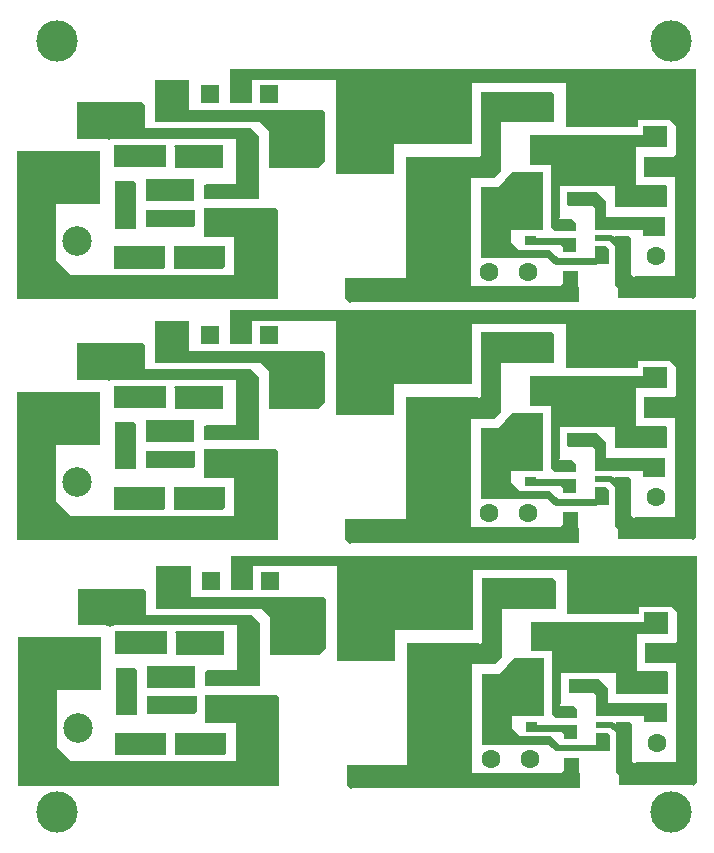
<source format=gbl>
G04 Layer_Physical_Order=2*
G04 Layer_Color=16711680*
%FSTAX24Y24*%
%MOIN*%
G70*
G01*
G75*
%ADD13R,0.0591X0.0472*%
%ADD16R,0.0472X0.0315*%
%ADD19C,0.0197*%
%ADD20C,0.1378*%
%ADD21R,0.0598X0.0598*%
%ADD22C,0.0630*%
%ADD23R,0.0630X0.0630*%
%ADD24R,0.0945X0.0984*%
%ADD25C,0.0984*%
%ADD26C,0.0394*%
%ADD27C,0.0200*%
%ADD28R,0.0276X0.0236*%
G36*
X02815Y010551D02*
Y009606D01*
X026378D01*
Y007992D01*
X026142Y007756D01*
X025354D01*
Y004134D01*
X028346D01*
X028425Y004213D01*
Y004646D01*
X028934D01*
X028976Y003622D01*
X021378D01*
X021339Y003583D01*
X021181Y00374D01*
Y004409D01*
X023189D01*
Y008465D01*
X025591D01*
X02563Y008425D01*
X025709Y008504D01*
Y01063D01*
X028071D01*
X02815Y010551D01*
D02*
G37*
G36*
X012953Y016654D02*
Y015079D01*
X011496D01*
Y013189D01*
X011968Y012717D01*
X017441D01*
Y013976D01*
X016417D01*
Y014252D01*
Y014331D01*
Y014764D01*
Y014921D01*
X018819D01*
X018898Y014843D01*
Y01189D01*
X010197D01*
Y012677D01*
Y01685D01*
X012953D01*
Y016654D01*
D02*
G37*
G36*
X017323Y019567D02*
X032835D01*
Y018386D01*
Y012008D01*
X032717Y01189D01*
X032677Y011929D01*
X030236D01*
Y012244D01*
X030118Y012362D01*
Y013661D01*
X030197Y01374D01*
X030118Y013819D01*
Y014016D01*
X030591D01*
X030669Y013937D01*
Y012717D01*
X030748Y012638D01*
X030787Y012677D01*
X032126D01*
Y016024D01*
X032087Y015984D01*
X031102D01*
Y016654D01*
X032087D01*
X032165Y016732D01*
Y017677D01*
X031969Y017874D01*
X030906D01*
Y017638D01*
X028504D01*
X028504Y019094D01*
X025359Y019094D01*
X025359Y017087D01*
X022756D01*
Y016063D01*
X020827D01*
Y019213D01*
X018032D01*
Y018425D01*
X017283D01*
Y019606D01*
X017323Y019567D01*
D02*
G37*
G36*
X017087Y008071D02*
X015512D01*
Y00878D01*
X015472Y008819D01*
X015512Y008858D01*
X017087D01*
Y008071D01*
D02*
G37*
G36*
X015984Y011024D02*
X015984Y01D01*
X020433D01*
X020512Y009921D01*
Y008307D01*
X020276Y008071D01*
X018622D01*
Y009331D01*
X018346Y009606D01*
X014843Y009606D01*
X014843Y011024D01*
X015984Y011024D01*
D02*
G37*
G36*
X015197Y00811D02*
X013465D01*
Y008701D01*
Y008858D01*
X015197D01*
Y00811D01*
D02*
G37*
G36*
X02748Y013937D02*
X028819D01*
Y013465D01*
X028386D01*
Y013622D01*
X028307Y013701D01*
X027126D01*
Y014016D01*
X02748D01*
Y013937D01*
D02*
G37*
G36*
X029843Y015157D02*
Y014646D01*
X031811D01*
Y014016D01*
X031063D01*
Y014213D01*
X029449D01*
Y014921D01*
X02937Y015D01*
X028583D01*
X028543Y015039D01*
Y015472D01*
X029528D01*
X029843Y015157D01*
D02*
G37*
G36*
X014173Y015748D02*
Y014252D01*
X013465D01*
Y015827D01*
X014016D01*
X014055Y015866D01*
X014173Y015748D01*
D02*
G37*
G36*
X015118Y013661D02*
X015118Y012953D01*
X015079Y012913D01*
X013425Y012913D01*
X013425Y013661D01*
X015118Y013661D01*
D02*
G37*
G36*
X017126Y012992D02*
X017047Y012913D01*
X015433D01*
Y013661D01*
X017126D01*
Y012992D01*
D02*
G37*
G36*
X027717Y015669D02*
Y014213D01*
X026654D01*
Y013819D01*
X026929Y013543D01*
X027953D01*
X028228Y013268D01*
X029449D01*
Y013661D01*
X029843D01*
X029921Y013583D01*
Y013071D01*
X02811D01*
X027874Y013268D01*
X025669D01*
Y014297D01*
Y015029D01*
Y01563D01*
X02627D01*
X026713Y016142D01*
X027717Y016142D01*
Y015669D01*
D02*
G37*
G36*
X017165Y004803D02*
X017087Y004724D01*
X015472D01*
Y005472D01*
X017165D01*
Y004803D01*
D02*
G37*
G36*
X027756Y00748D02*
Y006024D01*
X026693D01*
Y00563D01*
X026969Y005354D01*
X027992D01*
X028268Y005079D01*
X029488D01*
Y005472D01*
X029882D01*
X029961Y005394D01*
Y004882D01*
X02815D01*
X027913Y005079D01*
X025709D01*
Y006108D01*
Y00684D01*
Y007441D01*
X02631D01*
X026752Y007953D01*
X027756Y007953D01*
Y00748D01*
D02*
G37*
G36*
X02752Y005748D02*
X028858D01*
Y005276D01*
X028425D01*
Y005433D01*
X028346Y005512D01*
X027165D01*
Y005827D01*
X02752D01*
Y005748D01*
D02*
G37*
G36*
X012992Y008465D02*
Y00689D01*
X011535D01*
Y005D01*
X012008Y004528D01*
X01748D01*
Y005787D01*
X016457D01*
Y006063D01*
Y006142D01*
Y006575D01*
Y006732D01*
X018858D01*
X018937Y006654D01*
Y003701D01*
X010236D01*
Y004488D01*
Y008661D01*
X012992D01*
Y008465D01*
D02*
G37*
G36*
X017362Y011378D02*
X032874D01*
Y010197D01*
Y003819D01*
X032756Y003701D01*
X032717Y00374D01*
X030276D01*
Y004055D01*
X030157Y004173D01*
Y005472D01*
X030236Y005551D01*
X030157Y00563D01*
Y005827D01*
X03063D01*
X030709Y005748D01*
Y004528D01*
X030787Y004449D01*
X030827Y004488D01*
X032165D01*
Y007835D01*
X032126Y007795D01*
X031142D01*
Y008465D01*
X032126D01*
X032205Y008543D01*
Y009488D01*
X032008Y009685D01*
X030945D01*
Y009449D01*
X028543D01*
X028543Y010906D01*
X025398Y010906D01*
X025398Y008898D01*
X022795D01*
Y007874D01*
X020866D01*
Y011024D01*
X018071D01*
Y010236D01*
X017323D01*
Y011417D01*
X017362Y011378D01*
D02*
G37*
G36*
X015157Y005472D02*
X015157Y004764D01*
X015118Y004724D01*
X013465Y004724D01*
X013465Y005472D01*
X015157Y005472D01*
D02*
G37*
G36*
X03189Y009409D02*
X03189Y00878D01*
X030866D01*
Y00752D01*
X03185D01*
X03189Y00748D01*
Y006772D01*
X030157D01*
X030157Y00748D01*
X028346D01*
X028346Y006457D01*
X028307Y006417D01*
X028346Y006378D01*
X02874D01*
X028858Y00626D01*
Y005984D01*
X02815D01*
X028031Y006102D01*
Y008189D01*
X027362D01*
X027323Y008228D01*
Y009173D01*
X031102D01*
Y009449D01*
Y009488D01*
X03189D01*
X03189Y009409D01*
D02*
G37*
G36*
X016142Y006969D02*
X014528Y006969D01*
X014528Y00752D01*
Y007717D01*
X016142D01*
X016142Y006969D01*
D02*
G37*
G36*
X014488Y010197D02*
Y009409D01*
X018032D01*
X018307Y009134D01*
Y007047D01*
X016496D01*
Y00752D01*
X016535Y007559D01*
X01752D01*
Y009016D01*
Y009055D01*
X012244D01*
Y009843D01*
Y010276D01*
X014409D01*
X014488Y010197D01*
D02*
G37*
G36*
X029882Y006969D02*
Y006457D01*
X03185D01*
Y005827D01*
X031102D01*
Y006024D01*
X029488D01*
Y006732D01*
X029409Y006811D01*
X028622D01*
X028583Y00685D01*
Y007283D01*
X029567D01*
X029882Y006969D01*
D02*
G37*
G36*
X014213Y007559D02*
Y006063D01*
X013504D01*
Y007638D01*
X014055D01*
X014094Y007677D01*
X014213Y007559D01*
D02*
G37*
G36*
X016181Y006181D02*
X016102Y006102D01*
X014528D01*
Y006693D01*
X016181D01*
Y006181D01*
D02*
G37*
G36*
X014173Y02378D02*
Y022283D01*
X013465D01*
Y023858D01*
X014016D01*
X014055Y023898D01*
X014173Y02378D01*
D02*
G37*
G36*
X016142Y022402D02*
X016063Y022323D01*
X014488D01*
Y022913D01*
X016142D01*
Y022402D01*
D02*
G37*
G36*
X03185Y02563D02*
X03185Y025D01*
X030827D01*
Y02374D01*
X031811D01*
X03185Y023701D01*
Y022992D01*
X030118D01*
X030118Y023701D01*
X028307D01*
X028307Y022677D01*
X028268Y022638D01*
X028307Y022598D01*
X028701D01*
X028819Y02248D01*
Y022205D01*
X02811D01*
X027992Y022323D01*
Y024409D01*
X027323D01*
X027283Y024449D01*
Y025394D01*
X031063D01*
Y025669D01*
Y025709D01*
X03185D01*
X03185Y02563D01*
D02*
G37*
G36*
X027717Y023701D02*
Y022244D01*
X026654D01*
Y02185D01*
X026929Y021575D01*
X027953D01*
X028228Y021299D01*
X029449D01*
Y021693D01*
X029843D01*
X029921Y021614D01*
Y021102D01*
X02811D01*
X027874Y021299D01*
X025669D01*
Y022328D01*
Y02306D01*
Y023661D01*
X02627D01*
X026713Y024173D01*
X027717Y024173D01*
Y023701D01*
D02*
G37*
G36*
X02748Y021969D02*
X028819D01*
Y021496D01*
X028386D01*
Y021654D01*
X028307Y021732D01*
X027126D01*
Y022047D01*
X02748D01*
Y021969D01*
D02*
G37*
G36*
X029843Y023189D02*
Y022677D01*
X031811D01*
Y022047D01*
X031063D01*
Y022244D01*
X029449D01*
Y022953D01*
X02937Y023031D01*
X028583D01*
X028543Y023071D01*
Y023504D01*
X029528D01*
X029843Y023189D01*
D02*
G37*
G36*
X015945Y027244D02*
X015945Y02622D01*
X020394D01*
X020472Y026142D01*
Y024528D01*
X020236Y024291D01*
X018583D01*
Y025551D01*
X018307Y025827D01*
X014803Y025827D01*
X014803Y027244D01*
X015945Y027244D01*
D02*
G37*
G36*
X015157Y024331D02*
X013425D01*
Y024921D01*
Y025079D01*
X015157D01*
Y024331D01*
D02*
G37*
G36*
X02811Y026772D02*
Y025827D01*
X026339D01*
Y024213D01*
X026102Y023976D01*
X025315D01*
Y020354D01*
X028307D01*
X028386Y020433D01*
Y020866D01*
X028894D01*
X028937Y019843D01*
X021339D01*
X021299Y019803D01*
X021142Y019961D01*
Y02063D01*
X02315D01*
Y024685D01*
X025551D01*
X025591Y024646D01*
X025669Y024724D01*
Y02685D01*
X028031D01*
X02811Y026772D01*
D02*
G37*
G36*
X016102Y023189D02*
X014488Y023189D01*
X014488Y02374D01*
Y023937D01*
X016102D01*
X016102Y023189D01*
D02*
G37*
G36*
X014449Y026417D02*
Y02563D01*
X017992D01*
X018268Y025354D01*
Y023268D01*
X016457D01*
Y02374D01*
X016496Y02378D01*
X01748D01*
Y025236D01*
Y025276D01*
X012205D01*
Y026063D01*
Y026496D01*
X01437D01*
X014449Y026417D01*
D02*
G37*
G36*
X017047Y024291D02*
X015472D01*
Y025D01*
X015433Y025039D01*
X015472Y025079D01*
X017047D01*
Y024291D01*
D02*
G37*
G36*
X014449Y018386D02*
Y017598D01*
X017992D01*
X018268Y017323D01*
Y015236D01*
X016457D01*
Y015709D01*
X016496Y015748D01*
X01748D01*
Y017205D01*
Y017244D01*
X012205D01*
Y018032D01*
Y018465D01*
X01437D01*
X014449Y018386D01*
D02*
G37*
G36*
X017047Y01626D02*
X015472D01*
Y016968D01*
X015433Y017008D01*
X015472Y017047D01*
X017047D01*
Y01626D01*
D02*
G37*
G36*
X015945Y019213D02*
X015945Y018189D01*
X020394D01*
X020472Y01811D01*
Y016496D01*
X020236Y01626D01*
X018583D01*
Y01752D01*
X018307Y017795D01*
X014803Y017795D01*
X014803Y019213D01*
X015945Y019213D01*
D02*
G37*
G36*
X016142Y01437D02*
X016063Y014291D01*
X014488D01*
Y014882D01*
X016142D01*
Y01437D01*
D02*
G37*
G36*
X03185Y017598D02*
X03185Y016968D01*
X030827D01*
Y015709D01*
X031811D01*
X03185Y015669D01*
Y014961D01*
X030118D01*
X030118Y015669D01*
X028307D01*
X028307Y014646D01*
X028268Y014606D01*
X028307Y014567D01*
X028701D01*
X028819Y014449D01*
Y014173D01*
X02811D01*
X027992Y014291D01*
Y016378D01*
X027323D01*
X027283Y016417D01*
Y017362D01*
X031063D01*
Y017638D01*
Y017677D01*
X03185D01*
X03185Y017598D01*
D02*
G37*
G36*
X016102Y015157D02*
X014488Y015157D01*
X014488Y015709D01*
Y015906D01*
X016102D01*
X016102Y015157D01*
D02*
G37*
G36*
X017323Y027598D02*
X032835D01*
Y026417D01*
Y020039D01*
X032717Y019921D01*
X032677Y019961D01*
X030236D01*
Y020276D01*
X030118Y020394D01*
Y021693D01*
X030197Y021772D01*
X030118Y02185D01*
Y022047D01*
X030591D01*
X030669Y021969D01*
Y020748D01*
X030748Y020669D01*
X030787Y020709D01*
X032126D01*
Y024055D01*
X032087Y024016D01*
X031102D01*
Y024685D01*
X032087D01*
X032165Y024764D01*
Y025709D01*
X031969Y025906D01*
X030906D01*
Y025669D01*
X028504D01*
X028504Y027126D01*
X025359Y027126D01*
X025359Y025118D01*
X022756D01*
Y024094D01*
X020827D01*
Y027244D01*
X018032D01*
Y026457D01*
X017283D01*
Y027638D01*
X017323Y027598D01*
D02*
G37*
G36*
X015118Y021693D02*
X015118Y020984D01*
X015079Y020945D01*
X013425Y020945D01*
X013425Y021693D01*
X015118Y021693D01*
D02*
G37*
G36*
X017126Y021024D02*
X017047Y020945D01*
X015433D01*
Y021693D01*
X017126D01*
Y021024D01*
D02*
G37*
G36*
X015157Y016299D02*
X013425D01*
Y01689D01*
Y017047D01*
X015157D01*
Y016299D01*
D02*
G37*
G36*
X02811Y01874D02*
Y017795D01*
X026339D01*
Y016181D01*
X026102Y015945D01*
X025315D01*
Y012323D01*
X028307D01*
X028386Y012402D01*
Y012835D01*
X028894D01*
X028937Y011811D01*
X021339D01*
X021299Y011772D01*
X021142Y011929D01*
Y012598D01*
X02315D01*
Y016654D01*
X025551D01*
X025591Y016614D01*
X025669Y016693D01*
Y018819D01*
X028031D01*
X02811Y01874D01*
D02*
G37*
G36*
X012953Y024685D02*
Y02311D01*
X011496D01*
Y02122D01*
X011968Y020748D01*
X017441D01*
Y022008D01*
X016417D01*
Y022283D01*
Y022362D01*
Y022795D01*
Y022953D01*
X018819D01*
X018898Y022874D01*
Y019921D01*
X010197D01*
Y020709D01*
Y024882D01*
X012953D01*
Y024685D01*
D02*
G37*
D13*
X016732Y022559D02*
D03*
Y02122D02*
D03*
X013819Y023504D02*
D03*
Y024843D02*
D03*
X015787Y02122D02*
D03*
Y022559D02*
D03*
X014803Y024843D02*
D03*
Y023504D02*
D03*
Y022559D02*
D03*
Y02122D02*
D03*
X015787Y023504D02*
D03*
Y024843D02*
D03*
X013819Y02122D02*
D03*
Y022559D02*
D03*
X016732Y024843D02*
D03*
Y023504D02*
D03*
X016732Y016811D02*
D03*
Y015472D02*
D03*
X013819Y013189D02*
D03*
Y014528D02*
D03*
X015787Y015472D02*
D03*
Y016811D02*
D03*
X014803Y014528D02*
D03*
Y013189D02*
D03*
Y016811D02*
D03*
Y015472D02*
D03*
X015787Y013189D02*
D03*
Y014528D02*
D03*
X013819Y015472D02*
D03*
Y016811D02*
D03*
X016732Y014528D02*
D03*
Y013189D02*
D03*
X016772Y006339D02*
D03*
Y005D02*
D03*
X013858Y007283D02*
D03*
Y008622D02*
D03*
X015827Y007283D02*
D03*
Y008622D02*
D03*
X016772D02*
D03*
Y007283D02*
D03*
X013858Y005D02*
D03*
Y006339D02*
D03*
X014843Y006339D02*
D03*
Y005D02*
D03*
Y008622D02*
D03*
Y007283D02*
D03*
X015827Y005D02*
D03*
Y006339D02*
D03*
D16*
X027875Y025984D02*
D03*
X027874Y025197D02*
D03*
X028742Y025984D02*
D03*
X02874Y025197D02*
D03*
X029647Y026024D02*
D03*
X029646Y025236D02*
D03*
X029647Y017992D02*
D03*
X029646Y017205D02*
D03*
X028742Y017953D02*
D03*
X02874Y017165D02*
D03*
X027875Y017953D02*
D03*
X027874Y017165D02*
D03*
X027915Y009764D02*
D03*
X027913Y008976D02*
D03*
X029686Y009803D02*
D03*
X029685Y009016D02*
D03*
X028781Y009764D02*
D03*
X02878Y008976D02*
D03*
D19*
X027913Y025236D02*
X029646D01*
X028169Y022461D02*
Y025197D01*
X031417Y020283D02*
X032173D01*
X031339Y020362D02*
X031417Y020283D01*
X017618Y026772D02*
Y027303D01*
X015614Y026157D02*
Y026772D01*
X030346Y020598D02*
Y021622D01*
Y020598D02*
X030583Y020362D01*
X031339D01*
X03Y021969D02*
X030346Y021622D01*
X024291Y024291D02*
X026102D01*
X02378Y02378D02*
X024291Y024291D01*
X02378Y020236D02*
Y02378D01*
Y020236D02*
X028386D01*
X02185D02*
X02378D01*
X028169Y022461D02*
X028287Y022343D01*
X028661D01*
X028583Y020433D02*
Y020669D01*
X02815Y021181D02*
X029488D01*
X021496Y024724D02*
Y027421D01*
X028169Y025197D02*
X02874D01*
X032323Y020433D02*
Y025748D01*
X032173Y020283D02*
X032323Y020433D01*
X032047Y026024D02*
X032323Y025748D01*
X031378Y026024D02*
X032047D01*
X031378D02*
Y027087D01*
X031043Y027421D02*
X031378Y027087D01*
X021496Y027421D02*
X031043D01*
X017736D02*
X021496D01*
X017618Y027303D02*
X017736Y027421D01*
X029606Y021969D02*
X03D01*
X031496Y024362D02*
X032236D01*
X031457D02*
X031496D01*
X029606Y022343D02*
X031319D01*
X026299Y021969D02*
X026813Y021455D01*
X02815Y021181D02*
Y02122D01*
X027913Y021457D02*
X02815Y02122D01*
X027488Y021457D02*
X027913D01*
X027487Y021455D02*
X027488Y021457D01*
X026813Y021455D02*
X027487D01*
X027323Y02185D02*
X028406D01*
X029488Y021181D02*
X029602Y021295D01*
X026299Y021969D02*
Y023543D01*
X02874Y023268D02*
X029449D01*
X029606Y02311D01*
Y022343D02*
Y02311D01*
X030276Y025236D02*
X031213D01*
X029646D02*
X030276D01*
Y023559D02*
Y025236D01*
Y023559D02*
X030472Y023362D01*
X031457D01*
X029602Y021295D02*
Y021594D01*
X028406Y02185D02*
X028661Y021594D01*
X026299Y023543D02*
X026693Y023937D01*
X02752D01*
X028386Y020236D02*
X028583Y020433D01*
X026102Y024291D02*
Y026181D01*
X026497Y026576D01*
X027875D01*
X02752Y024646D02*
Y025D01*
X027717Y025197D01*
X027874D01*
X029647Y026024D02*
X031378D01*
X031339Y020362D02*
X031457D01*
X031319Y022343D02*
X031339Y022362D01*
X027875Y025984D02*
Y026576D01*
X031213Y025236D02*
X031339Y025362D01*
X029608Y025984D02*
X029647Y026024D01*
X028742Y025984D02*
X029608D01*
X027874Y025197D02*
X027913Y025236D01*
X0175Y025437D02*
X017909Y025028D01*
X013252Y025437D02*
X0175D01*
X018516Y026D02*
X019311Y025205D01*
X015772Y026D02*
X018516D01*
X015614Y026157D02*
X015772Y026D01*
X017909Y023752D02*
Y025028D01*
X017661Y023504D02*
X017909Y023752D01*
X016732Y023504D02*
X017661D01*
X011189Y023634D02*
X011413Y023858D01*
X011189Y021185D02*
Y023634D01*
Y021185D02*
X011917Y020457D01*
X011413Y023858D02*
X012205D01*
X011917Y020457D02*
X018114D01*
X018504Y020846D02*
Y022244D01*
X018114Y020457D02*
X018504Y020846D01*
X019311Y024724D02*
Y025205D01*
X018189Y022559D02*
X018504Y022244D01*
X016732Y022559D02*
X018189D01*
X015787Y02122D02*
X016732D01*
X013819D02*
X013819Y02122D01*
X014803D01*
X013819Y022559D02*
Y023504D01*
X014803D02*
X015787D01*
X014803Y022559D02*
X014803Y022559D01*
X015787D01*
Y024843D02*
X016732D01*
X013819D02*
X014803D01*
X013819Y016811D02*
X014803D01*
X015787D02*
X016732D01*
X014803Y014528D02*
X015787D01*
X014803Y014528D02*
X014803Y014528D01*
X014803Y015472D02*
X015787D01*
X013819Y014528D02*
Y015472D01*
X013819Y013189D02*
X014803D01*
X013819Y013189D02*
X013819Y013189D01*
X015787Y013189D02*
X016732D01*
Y014528D02*
X018189D01*
X018504Y014213D01*
X019311Y016693D02*
Y017173D01*
X018114Y012425D02*
X018504Y012815D01*
Y014213D01*
X011917Y012425D02*
X018114D01*
X011413Y015827D02*
X012205D01*
X011189Y013154D02*
X011917Y012425D01*
X011189Y013154D02*
Y015602D01*
X011413Y015827D01*
X016732Y015472D02*
X017661D01*
X017909Y01572D01*
Y016996D01*
X015614Y018126D02*
X015772Y017968D01*
X018516D01*
X019311Y017173D01*
X013252Y017406D02*
X0175D01*
X017909Y016996D01*
X027874Y017165D02*
X027913Y017205D01*
X028742Y017953D02*
X029608D01*
X029647Y017992D01*
X031213Y017205D02*
X031339Y017331D01*
X027875Y017953D02*
Y018545D01*
X031319Y014311D02*
X031339Y014331D01*
Y012331D02*
X031457D01*
X029647Y017992D02*
X031378D01*
X027717Y017165D02*
X027874D01*
X02752Y016968D02*
X027717Y017165D01*
X02752Y016614D02*
Y016968D01*
X026497Y018545D02*
X027875D01*
X026102Y01815D02*
X026497Y018545D01*
X026102Y01626D02*
Y01815D01*
X028386Y012205D02*
X028583Y012402D01*
X026693Y015906D02*
X02752D01*
X026299Y015512D02*
X026693Y015906D01*
X028406Y013819D02*
X028661Y013563D01*
X029602Y013264D02*
Y013563D01*
X030472Y015331D02*
X031457D01*
X030276Y015528D02*
X030472Y015331D01*
X030276Y015528D02*
Y017205D01*
X029646D02*
X030276D01*
X031213D01*
X029606Y014311D02*
Y015079D01*
X029449Y015236D02*
X029606Y015079D01*
X02874Y015236D02*
X029449D01*
X026299Y013937D02*
Y015512D01*
X029488Y01315D02*
X029602Y013264D01*
X027323Y013819D02*
X028406D01*
X026813Y013424D02*
X027487D01*
X027488Y013425D01*
X027913D01*
X02815Y013189D01*
Y01315D02*
Y013189D01*
X026299Y013937D02*
X026813Y013424D01*
X029606Y014311D02*
X031319D01*
X031457Y016331D02*
X031496D01*
X032236D01*
X029606Y013937D02*
X03D01*
X017618Y019272D02*
X017736Y01939D01*
X021496D01*
X031043D01*
X031378Y019055D01*
Y017992D02*
Y019055D01*
Y017992D02*
X032047D01*
X032323Y017717D01*
X032173Y012252D02*
X032323Y012402D01*
Y017717D01*
X028169Y017165D02*
X02874D01*
X021496Y016693D02*
Y01939D01*
X02815Y01315D02*
X029488D01*
X028583Y012402D02*
Y012638D01*
X028287Y014311D02*
X028661D01*
X028169Y014429D02*
X028287Y014311D01*
X02185Y012205D02*
X02378D01*
X028386D01*
X02378D02*
Y015748D01*
X024291Y01626D01*
X026102D01*
X03Y013937D02*
X030346Y013591D01*
X030583Y012331D02*
X031339D01*
X030346Y012567D02*
X030583Y012331D01*
X030346Y012567D02*
Y013591D01*
X015614Y018126D02*
Y01874D01*
X017618D02*
Y019272D01*
X031339Y012331D02*
X031417Y012252D01*
X032173D01*
X028169Y014429D02*
Y017165D01*
X027913Y017205D02*
X029646D01*
X027953Y009016D02*
X029685D01*
X028209Y00624D02*
Y008976D01*
X031457Y004063D02*
X032213D01*
X031378Y004142D02*
X031457Y004063D01*
X017657Y010551D02*
Y011083D01*
X015654Y009937D02*
Y010551D01*
X030386Y004378D02*
Y005402D01*
Y004378D02*
X030622Y004142D01*
X031378D01*
X030039Y005748D02*
X030386Y005402D01*
X024331Y008071D02*
X026142D01*
X023819Y007559D02*
X024331Y008071D01*
X023819Y004016D02*
Y007559D01*
Y004016D02*
X028425D01*
X02189D02*
X023819D01*
X028209Y00624D02*
X028327Y006122D01*
X028701D01*
X028622Y004213D02*
Y004449D01*
X028189Y004961D02*
X029528D01*
X021535Y008504D02*
Y011201D01*
X028209Y008976D02*
X02878D01*
X032362Y004213D02*
Y009528D01*
X032213Y004063D02*
X032362Y004213D01*
X032087Y009803D02*
X032362Y009528D01*
X031417Y009803D02*
X032087D01*
X031417D02*
Y010866D01*
X031083Y011201D02*
X031417Y010866D01*
X021535Y011201D02*
X031083D01*
X017776D02*
X021535D01*
X017657Y011083D02*
X017776Y011201D01*
X029646Y005748D02*
X030039D01*
X031535Y008142D02*
X032276D01*
X031496D02*
X031535D01*
X029646Y006122D02*
X031358D01*
X026339Y005748D02*
X026852Y005235D01*
X028189Y004961D02*
Y005D01*
X027953Y005236D02*
X028189Y005D01*
X027527Y005236D02*
X027953D01*
X027526Y005235D02*
X027527Y005236D01*
X026852Y005235D02*
X027526D01*
X027362Y00563D02*
X028445D01*
X029528Y004961D02*
X029642Y005075D01*
X026339Y005748D02*
Y007323D01*
X02878Y007047D02*
X029488D01*
X029646Y00689D01*
Y006122D02*
Y00689D01*
X030315Y009016D02*
X031252D01*
X029685D02*
X030315D01*
Y007339D02*
Y009016D01*
Y007339D02*
X030512Y007142D01*
X031496D01*
X029642Y005075D02*
Y005374D01*
X028445Y00563D02*
X028701Y005374D01*
X026339Y007323D02*
X026732Y007717D01*
X027559D01*
X028425Y004016D02*
X028622Y004213D01*
X026142Y008071D02*
Y009961D01*
X026537Y010356D01*
X027915D01*
X027559Y008425D02*
Y00878D01*
X027756Y008976D01*
X027913D01*
X029686Y009803D02*
X031417D01*
X031378Y004142D02*
X031496D01*
X031358Y006122D02*
X031378Y006142D01*
X027915Y009764D02*
Y010356D01*
X031252Y009016D02*
X031378Y009142D01*
X029647Y009764D02*
X029686Y009803D01*
X028781Y009764D02*
X029647D01*
X027913Y008976D02*
X027953Y009016D01*
X017539Y009217D02*
X017949Y008807D01*
X013291Y009217D02*
X017539D01*
X018555Y00978D02*
X01935Y008984D01*
X015811Y00978D02*
X018555D01*
X015654Y009937D02*
X015811Y00978D01*
X017949Y007531D02*
Y008807D01*
X017701Y007283D02*
X017949Y007531D01*
X016772Y007283D02*
X017701D01*
X011228Y007413D02*
X011453Y007638D01*
X011228Y004965D02*
Y007413D01*
Y004965D02*
X011957Y004236D01*
X011453Y007638D02*
X012244D01*
X011957Y004236D02*
X018154D01*
X018543Y004626D02*
Y006024D01*
X018154Y004236D02*
X018543Y004626D01*
X01935Y008504D02*
Y008984D01*
X018228Y006339D02*
X018543Y006024D01*
X016772Y006339D02*
X018228D01*
X015827Y005D02*
X016772D01*
X013858D02*
X013858Y005D01*
X014843D01*
X013858Y006339D02*
Y007283D01*
X014843D02*
X015827D01*
X014843Y006339D02*
X014843Y006339D01*
X015827D01*
Y008622D02*
X016772D01*
X013858D02*
X014843D01*
D20*
X032008Y002835D02*
D03*
X011535D02*
D03*
X032008Y028543D02*
D03*
X011535D02*
D03*
D21*
X018602Y026772D02*
D03*
X016614D02*
D03*
X015614D02*
D03*
X017618D02*
D03*
X018602Y01874D02*
D03*
X016614D02*
D03*
X015614D02*
D03*
X017618D02*
D03*
X018642Y010551D02*
D03*
X016654D02*
D03*
X015654D02*
D03*
X017657D02*
D03*
D22*
X027244Y020827D02*
D03*
X025945D02*
D03*
X031496Y025362D02*
D03*
Y024362D02*
D03*
Y023362D02*
D03*
Y022362D02*
D03*
Y021362D02*
D03*
X031496Y017331D02*
D03*
Y016331D02*
D03*
Y015331D02*
D03*
Y014331D02*
D03*
Y013331D02*
D03*
X025945Y012795D02*
D03*
X027244D02*
D03*
X027283Y004606D02*
D03*
X025984D02*
D03*
X031535Y009142D02*
D03*
Y008142D02*
D03*
Y007142D02*
D03*
Y006142D02*
D03*
Y005142D02*
D03*
D23*
X031496Y020362D02*
D03*
X031496Y012331D02*
D03*
X031535Y004142D02*
D03*
D24*
X012205Y023858D02*
D03*
X012205Y015827D02*
D03*
X012244Y007638D02*
D03*
D25*
X012205Y021858D02*
D03*
X012205Y013827D02*
D03*
X012244Y005638D02*
D03*
D26*
X028583Y020669D02*
D03*
X021496Y024724D02*
D03*
X02874Y023268D02*
D03*
X02185Y020236D02*
D03*
X026102Y024291D02*
D03*
X02752Y024646D02*
D03*
Y023937D02*
D03*
X027875Y026576D02*
D03*
X013252Y025437D02*
D03*
X019311Y024724D02*
D03*
X019311Y016693D02*
D03*
X013252Y017406D02*
D03*
X027875Y018545D02*
D03*
X02752Y015906D02*
D03*
Y016614D02*
D03*
X026102Y01626D02*
D03*
X02185Y012205D02*
D03*
X02874Y015236D02*
D03*
X021496Y016693D02*
D03*
X028583Y012638D02*
D03*
X028622Y004449D02*
D03*
X021535Y008504D02*
D03*
X02878Y007047D02*
D03*
X02189Y004016D02*
D03*
X026142Y008071D02*
D03*
X027559Y008425D02*
D03*
Y007717D02*
D03*
X027915Y010356D02*
D03*
X013291Y009217D02*
D03*
X01935Y008504D02*
D03*
D27*
X027323Y02185D02*
D03*
X027323Y013819D02*
D03*
X027362Y00563D02*
D03*
D28*
X028661Y022343D02*
D03*
Y021594D02*
D03*
X029606Y022343D02*
D03*
Y021969D02*
D03*
X029602Y021594D02*
D03*
X028661Y014311D02*
D03*
Y013563D02*
D03*
X029606Y014311D02*
D03*
Y013937D02*
D03*
X029602Y013563D02*
D03*
X028701Y006122D02*
D03*
Y005374D02*
D03*
X029646Y006122D02*
D03*
Y005748D02*
D03*
X029642Y005374D02*
D03*
M02*

</source>
